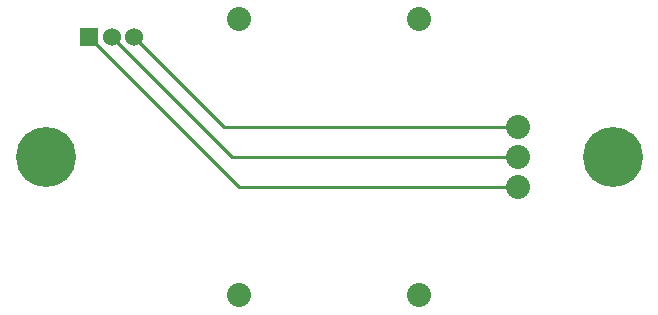
<source format=gbl>
G04 Layer: BottomLayer*
G04 EasyEDA v6.4.19.4, 2021-04-04T11:51:27+01:00*
G04 4b0eb47da5f842609b4c8b729e81160f,e7a3d4c674b94ea3b1133014d1bc3374,10*
G04 Gerber Generator version 0.2*
G04 Scale: 100 percent, Rotated: No, Reflected: No *
G04 Dimensions in millimeters *
G04 leading zeros omitted , absolute positions ,4 integer and 5 decimal *
%FSLAX45Y45*%
%MOMM*%

%ADD10C,0.2540*%
%ADD12C,5.0800*%
%ADD13C,2.0320*%
%ADD14R,1.5240X1.5240*%
%ADD15C,1.5240*%

%LPD*%
D10*
X-1651000Y1015992D02*
G01*
X-889000Y253992D01*
X1600200Y253992D01*
X-2032000Y1015992D02*
G01*
X-762000Y-254007D01*
X1600200Y-254007D01*
X-1841500Y1015992D02*
G01*
X-825500Y-7D01*
X1600205Y-7D01*
D12*
G01*
X2399995Y-7D03*
G01*
X-2399995Y-7D03*
D13*
G01*
X1600200Y-254007D03*
G01*
X1600200Y-7D03*
G01*
X1600200Y253992D03*
G01*
X-762000Y-1168407D03*
G01*
X-762000Y1168392D03*
G01*
X762000Y1168392D03*
G01*
X762000Y-1168407D03*
D14*
G01*
X-2032000Y1015992D03*
D15*
G01*
X-1841500Y1015992D03*
G01*
X-1651000Y1015992D03*
M02*

</source>
